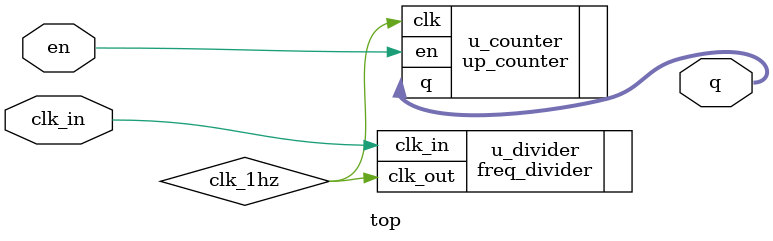
<source format=v>
module top(
    input wire clk_in,   // 50MHz clock input
    input wire en,       // Enable for counter
    output wire [3:0] q  // Counter output
);
    wire clk_1hz;

    freq_divider u_divider(
        .clk_in(clk_in),
        .clk_out(clk_1hz)
    );

    up_counter u_counter(
        .clk(clk_1hz),
        .en(en),
        .q(q)
    );
endmodule

</source>
